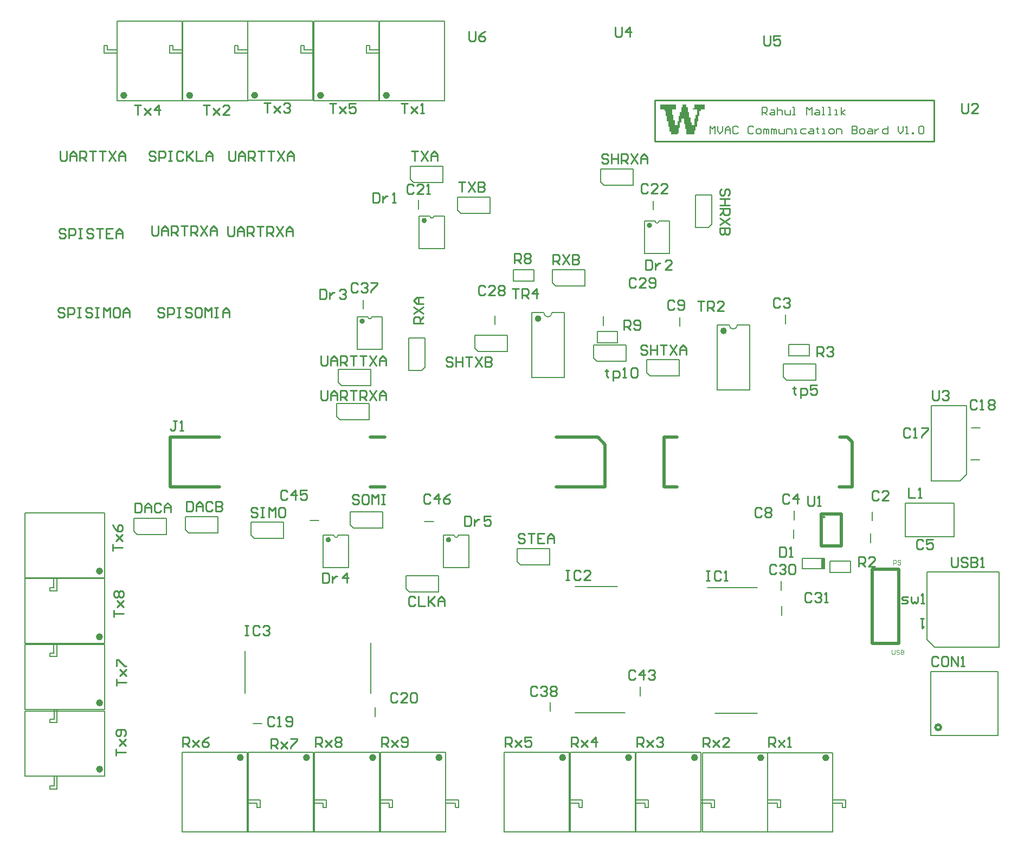
<source format=gto>
G04*
G04 #@! TF.GenerationSoftware,Altium Limited,Altium Designer,20.1.8 (145)*
G04*
G04 Layer_Color=65535*
%FSLAX25Y25*%
%MOIN*%
G70*
G04*
G04 #@! TF.SameCoordinates,44B5AA11-E380-4430-9A95-22E2941CD606*
G04*
G04*
G04 #@! TF.FilePolarity,Positive*
G04*
G01*
G75*
%ADD10C,0.02126*%
%ADD11C,0.00787*%
%ADD12C,0.01732*%
%ADD13C,0.01968*%
%ADD14C,0.01787*%
%ADD15C,0.00984*%
%ADD16C,0.01000*%
%ADD17C,0.02000*%
%ADD18C,0.00394*%
%ADD19R,0.02362X0.06299*%
G36*
X418341Y447465D02*
Y446665D01*
Y445865D01*
Y445065D01*
X415941D01*
Y444265D01*
X415141D01*
Y443465D01*
Y442665D01*
Y441865D01*
Y441065D01*
X414341D01*
Y440265D01*
Y439465D01*
Y438665D01*
Y437865D01*
X413541D01*
Y437065D01*
Y436265D01*
Y435465D01*
Y434665D01*
X412741D01*
Y433865D01*
Y433065D01*
Y432265D01*
X411941D01*
Y431465D01*
Y430665D01*
Y429865D01*
X407141D01*
Y430665D01*
Y431465D01*
Y432265D01*
Y433065D01*
X406341D01*
Y433865D01*
Y434665D01*
Y435465D01*
Y436265D01*
X405541D01*
Y437065D01*
Y437865D01*
Y438665D01*
Y439465D01*
X403941D01*
Y438665D01*
Y437865D01*
Y437065D01*
X403141D01*
Y436265D01*
Y435465D01*
Y434665D01*
Y433865D01*
X402341D01*
Y433065D01*
Y432265D01*
Y431465D01*
Y430665D01*
X401541D01*
Y429865D01*
X397541D01*
Y430665D01*
Y431465D01*
X396741D01*
Y432265D01*
Y433065D01*
Y433865D01*
Y434665D01*
X395941D01*
Y435465D01*
Y436265D01*
Y437065D01*
Y437865D01*
X395141D01*
Y438665D01*
Y439465D01*
Y440265D01*
Y441065D01*
X394341D01*
Y441865D01*
Y442665D01*
Y443465D01*
Y444265D01*
X393541D01*
Y445065D01*
X391141D01*
Y445865D01*
Y446665D01*
Y447465D01*
Y448265D01*
X400741D01*
Y447465D01*
Y446665D01*
Y445865D01*
Y445065D01*
X398341D01*
Y444265D01*
Y443465D01*
Y442665D01*
Y441865D01*
X399141D01*
Y441065D01*
Y440265D01*
Y439465D01*
Y438665D01*
X399941D01*
Y437865D01*
Y437065D01*
Y436265D01*
Y435465D01*
X401541D01*
Y436265D01*
Y437065D01*
Y437865D01*
X402341D01*
Y438665D01*
Y439465D01*
Y440265D01*
Y441065D01*
X403141D01*
Y441865D01*
Y442665D01*
Y443465D01*
X403941D01*
Y444265D01*
Y445065D01*
Y445865D01*
Y446665D01*
X404741D01*
Y447465D01*
Y448265D01*
X407141D01*
Y447465D01*
Y446665D01*
X407941D01*
Y445865D01*
Y445065D01*
Y444265D01*
Y443465D01*
X408741D01*
Y442665D01*
Y441865D01*
Y441065D01*
Y440265D01*
X409541D01*
Y439465D01*
Y438665D01*
Y437865D01*
Y437065D01*
X410341D01*
Y436265D01*
Y435465D01*
X411941D01*
Y436265D01*
Y437065D01*
Y437865D01*
Y438665D01*
Y439465D01*
X412741D01*
Y440265D01*
Y441065D01*
Y441865D01*
X413541D01*
Y442665D01*
Y443465D01*
Y444265D01*
Y445065D01*
X411141D01*
Y445865D01*
X411941D01*
Y446665D01*
Y447465D01*
Y448265D01*
X418341D01*
Y447465D01*
D02*
G37*
D10*
X47378Y161016D02*
G03*
X47378Y161016I-1181J0D01*
G01*
X493957Y46161D02*
G03*
X493957Y46161I-1181J0D01*
G01*
X453937D02*
G03*
X453937Y46161I-1181J0D01*
G01*
X413248Y46260D02*
G03*
X413248Y46260I-1181J0D01*
G01*
X372697D02*
G03*
X372697Y46260I-1181J0D01*
G01*
X332146D02*
G03*
X332146Y46260I-1181J0D01*
G01*
X133957D02*
G03*
X133957Y46260I-1181J0D01*
G01*
X174665D02*
G03*
X174665Y46260I-1181J0D01*
G01*
X215374D02*
G03*
X215374Y46260I-1181J0D01*
G01*
X256161D02*
G03*
X256161Y46260I-1181J0D01*
G01*
X223756Y453803D02*
G03*
X223756Y453803I-1181J0D01*
G01*
X102815D02*
G03*
X102815Y453803I-1181J0D01*
G01*
X142795Y453823D02*
G03*
X142795Y453823I-1181J0D01*
G01*
X62315Y453803D02*
G03*
X62315Y453803I-1181J0D01*
G01*
X183315D02*
G03*
X183315Y453803I-1181J0D01*
G01*
X47433Y79921D02*
G03*
X47433Y79921I-1181J0D01*
G01*
X47358Y120555D02*
G03*
X47358Y120555I-1181J0D01*
G01*
X47433Y39075D02*
G03*
X47433Y39075I-1181J0D01*
G01*
D11*
X15114Y156902D02*
G03*
X20114Y156902I2500J155512D01*
G01*
X387817Y376500D02*
G03*
X390317Y376500I1250J0D01*
G01*
X190317Y183000D02*
G03*
X192817Y183000I1250J0D01*
G01*
X264317D02*
G03*
X266817Y183000I1250J0D01*
G01*
X249317Y379500D02*
G03*
X251817Y379500I1250J0D01*
G01*
X211183Y317500D02*
G03*
X213683Y317500I1250J0D01*
G01*
X433413Y312500D02*
G03*
X438413Y312500I2500J0D01*
G01*
X319413Y320000D02*
G03*
X324413Y320000I2500J0D01*
G01*
X496890Y15079D02*
G03*
X496890Y20079I-155512J2500D01*
G01*
X456870Y15079D02*
G03*
X456870Y20079I-155512J2500D01*
G01*
X416181Y15177D02*
G03*
X416181Y20177I-155512J2500D01*
G01*
X375630Y15177D02*
G03*
X375630Y20177I-155512J2500D01*
G01*
X335079Y15177D02*
G03*
X335079Y20177I-155512J2500D01*
G01*
X136890Y15177D02*
G03*
X136890Y20177I-155512J2500D01*
G01*
X177598Y15177D02*
G03*
X177598Y20177I-155512J2500D01*
G01*
X218307Y15177D02*
G03*
X218307Y20177I-155512J2500D01*
G01*
X259095Y15177D02*
G03*
X259095Y20177I-155512J2500D01*
G01*
X218461Y484886D02*
G03*
X218461Y479886I155512J-2500D01*
G01*
X97520Y484886D02*
G03*
X97520Y479886I155512J-2500D01*
G01*
X137500Y484905D02*
G03*
X137500Y479906I155512J-2500D01*
G01*
X57020Y484886D02*
G03*
X57020Y479886I155512J-2500D01*
G01*
X178020Y484886D02*
G03*
X178020Y479886I155512J-2500D01*
G01*
X15169Y75807D02*
G03*
X20169Y75807I2500J155512D01*
G01*
X15094Y116441D02*
G03*
X20095Y116441I2500J155512D01*
G01*
X15169Y34961D02*
G03*
X20169Y34961I2500J155512D01*
G01*
X429Y196902D02*
X49347D01*
X429Y190105D02*
Y196902D01*
X49347Y156902D02*
Y170839D01*
Y182965D02*
Y196902D01*
X429Y177098D02*
Y186355D01*
Y171587D02*
Y177098D01*
Y156902D02*
Y171587D01*
Y186355D02*
Y190105D01*
X49347Y170839D02*
Y182965D01*
X429Y156902D02*
X27791D01*
X26020D02*
X49347D01*
X20114Y152945D02*
Y156902D01*
X20114Y148811D02*
Y152945D01*
X15587Y148811D02*
X20114D01*
X15587D02*
Y150779D01*
X15685Y150878D01*
X18244D01*
X18146Y150976D02*
X18244Y150878D01*
X18146Y150976D02*
Y156685D01*
X412716Y372402D02*
Y392402D01*
X422717D01*
Y374402D02*
Y392402D01*
X420716Y372402D02*
X422717Y374402D01*
X412716Y372402D02*
X420716D01*
X382795Y291220D02*
X402795D01*
Y281221D02*
Y291220D01*
X384795Y281221D02*
X402795D01*
X382795Y283221D02*
X384795Y281221D01*
X382795Y283221D02*
Y291220D01*
X139488Y191220D02*
X159488D01*
Y181220D02*
Y191220D01*
X141488Y181220D02*
X159488D01*
X139488Y183221D02*
X141488Y181220D01*
X139488Y183221D02*
Y191220D01*
X200512Y197520D02*
X220512D01*
Y187520D02*
Y197520D01*
X202512Y187520D02*
X220512D01*
X200512Y189520D02*
X202512Y187520D01*
X200512Y189520D02*
Y197520D01*
X541638Y182264D02*
Y195081D01*
Y182264D02*
X571559D01*
Y202736D01*
X541638D02*
X571559D01*
X541638Y195081D02*
Y202736D01*
X192874Y285315D02*
X212874D01*
Y275315D02*
Y285315D01*
X194874Y275315D02*
X212874D01*
X192874Y277315D02*
X194874Y275315D01*
X192874Y277315D02*
Y285315D01*
X323228Y74803D02*
Y80315D01*
X140551Y67323D02*
X146063D01*
X215748Y71653D02*
Y77165D01*
X381331Y356500D02*
Y376500D01*
Y356500D02*
X396803D01*
Y376500D01*
X390317D02*
X396803D01*
X381331D02*
X387817D01*
X242520Y383858D02*
Y389370D01*
X175591Y192126D02*
X181102D01*
X183831Y163000D02*
Y183000D01*
Y163000D02*
X199303D01*
Y183000D01*
X192817D02*
X199303D01*
X183831D02*
X190317D01*
X257831D02*
X264317D01*
X266817D02*
X273303D01*
Y163000D02*
Y183000D01*
X257831Y163000D02*
X273303D01*
X257831D02*
Y183000D01*
X234606Y158150D02*
X254606D01*
Y148150D02*
Y158150D01*
X236606Y148150D02*
X254606D01*
X234606Y150150D02*
X236606Y148150D01*
X234606Y150150D02*
Y158150D01*
X242831Y379500D02*
X249317D01*
X251817D02*
X258303D01*
Y359500D02*
Y379500D01*
X242831Y359500D02*
X258303D01*
X242831D02*
Y379500D01*
X204697Y317500D02*
X211183D01*
X213683D02*
X220169D01*
Y297500D02*
Y317500D01*
X204697Y297500D02*
X220169D01*
X204697D02*
Y317500D01*
X425913Y272500D02*
Y312500D01*
Y272500D02*
X445913D01*
Y312500D01*
X438413D02*
X445913D01*
X425913D02*
X433413D01*
X311913Y280000D02*
Y320000D01*
Y280000D02*
X331913D01*
Y320000D01*
X324413D02*
X331913D01*
X311913D02*
X319413D01*
X557283Y99213D02*
X598622D01*
X557283Y59842D02*
Y99213D01*
X598622Y59842D02*
Y99213D01*
X557283Y59842D02*
X598622D01*
X497106Y18110D02*
X502815D01*
Y18110D02*
X502913Y18209D01*
Y15650D02*
Y18209D01*
Y15650D02*
X503012Y15551D01*
X504980D01*
Y20079D01*
X500846D02*
X504980D01*
X496890Y20079D02*
X500846D01*
X496890Y25984D02*
Y49311D01*
Y394D02*
Y27756D01*
X470827Y49311D02*
X482953D01*
X463686Y394D02*
X467436D01*
X482205D02*
X496890D01*
X476693D02*
X482205D01*
X467436D02*
X476693D01*
X456890Y49311D02*
X470827D01*
X482953D02*
X496890D01*
X456890Y394D02*
X463686D01*
X456890D02*
Y49311D01*
X416870Y394D02*
Y49311D01*
Y394D02*
X423666D01*
X442933Y49311D02*
X456870D01*
X416870D02*
X430807D01*
X427416Y394D02*
X436673D01*
X442185D01*
X456870D01*
X423666D02*
X427416D01*
X430807Y49311D02*
X442933D01*
X456870Y394D02*
Y27756D01*
Y25984D02*
Y49311D01*
Y20079D02*
X460827D01*
Y20079D02*
X464961D01*
Y15551D02*
Y20079D01*
X462992Y15551D02*
X464961D01*
X462894Y15650D02*
X462992Y15551D01*
X462894Y15650D02*
Y18209D01*
X462795Y18110D02*
X462894Y18209D01*
X457087Y18110D02*
X462795D01*
X416398Y18209D02*
X422106D01*
Y18209D02*
X422205Y18307D01*
Y15748D02*
Y18307D01*
Y15748D02*
X422303Y15650D01*
X424272D01*
Y20177D01*
X420138D02*
X424272D01*
X416181Y20177D02*
X420138D01*
X416181Y26083D02*
Y49409D01*
Y492D02*
Y27854D01*
X390118Y49409D02*
X402244D01*
X382977Y492D02*
X386727D01*
X401496D02*
X416181D01*
X395984D02*
X401496D01*
X386727D02*
X395984D01*
X376181Y49409D02*
X390118D01*
X402244D02*
X416181D01*
X376181Y492D02*
X382977D01*
X376181D02*
Y49409D01*
X335630Y492D02*
Y49409D01*
Y492D02*
X342426D01*
X361693Y49409D02*
X375630D01*
X335630D02*
X349567D01*
X346176Y492D02*
X355433D01*
X360945D01*
X375630D01*
X342426D02*
X346176D01*
X349567Y49409D02*
X361693D01*
X375630Y492D02*
Y27854D01*
Y26083D02*
Y49409D01*
Y20177D02*
X379587D01*
Y20177D02*
X383720D01*
Y15650D02*
Y20177D01*
X381752Y15650D02*
X383720D01*
X381653Y15748D02*
X381752Y15650D01*
X381653Y15748D02*
Y18307D01*
X381555Y18209D02*
X381653Y18307D01*
X375847Y18209D02*
X381555D01*
X335295D02*
X341004D01*
Y18209D02*
X341102Y18307D01*
Y15748D02*
Y18307D01*
Y15748D02*
X341201Y15650D01*
X343169D01*
Y20177D01*
X339035D02*
X343169D01*
X335079Y20177D02*
X339035D01*
X335079Y26083D02*
Y49409D01*
Y492D02*
Y27854D01*
X309016Y49409D02*
X321142D01*
X301875Y492D02*
X305625D01*
X320394D02*
X335079D01*
X314882D02*
X320394D01*
X305625D02*
X314882D01*
X295079Y49409D02*
X309016D01*
X321142D02*
X335079D01*
X295079Y492D02*
X301875D01*
X295079D02*
Y49409D01*
X96890Y492D02*
Y49409D01*
Y492D02*
X103686D01*
X122953Y49409D02*
X136890D01*
X96890D02*
X110827D01*
X107436Y492D02*
X116693D01*
X122205D01*
X136890D01*
X103686D02*
X107436D01*
X110827Y49409D02*
X122953D01*
X136890Y492D02*
Y27854D01*
Y26083D02*
Y49409D01*
Y20177D02*
X140847D01*
Y20177D02*
X144980D01*
Y15650D02*
Y20177D01*
X143012Y15650D02*
X144980D01*
X142913Y15748D02*
X143012Y15650D01*
X142913Y15748D02*
Y18307D01*
X142815Y18209D02*
X142913Y18307D01*
X137106Y18209D02*
X142815D01*
X177815D02*
X183524D01*
Y18209D02*
X183622Y18307D01*
Y15748D02*
Y18307D01*
Y15748D02*
X183721Y15650D01*
X185689D01*
Y20177D01*
X181555D02*
X185689D01*
X177598Y20177D02*
X181555D01*
X177598Y26083D02*
Y49409D01*
Y492D02*
Y27854D01*
X151535Y49409D02*
X163661D01*
X144395Y492D02*
X148145D01*
X162913D02*
X177598D01*
X157402D02*
X162913D01*
X148145D02*
X157402D01*
X137598Y49409D02*
X151535D01*
X163661D02*
X177598D01*
X137598Y492D02*
X144395D01*
X137598D02*
Y49409D01*
X178307Y492D02*
Y49409D01*
Y492D02*
X185103D01*
X204370Y49409D02*
X218307D01*
X178307D02*
X192244D01*
X188853Y492D02*
X198110D01*
X203622D01*
X218307D01*
X185103D02*
X188853D01*
X192244Y49409D02*
X204370D01*
X218307Y492D02*
Y27854D01*
Y26083D02*
Y49409D01*
Y20177D02*
X222264D01*
Y20177D02*
X226398D01*
Y15650D02*
Y20177D01*
X224429Y15650D02*
X226398D01*
X224331Y15748D02*
X224429Y15650D01*
X224331Y15748D02*
Y18307D01*
X224232Y18209D02*
X224331Y18307D01*
X218524Y18209D02*
X224232D01*
X259311D02*
X265020D01*
Y18209D02*
X265118Y18307D01*
Y15748D02*
Y18307D01*
Y15748D02*
X265217Y15650D01*
X267185D01*
Y20177D01*
X263051D02*
X267185D01*
X259095Y20177D02*
X263051D01*
X259095Y26083D02*
Y49409D01*
Y492D02*
Y27854D01*
X233032Y49409D02*
X245158D01*
X225891Y492D02*
X229641D01*
X244409D02*
X259095D01*
X238898D02*
X244409D01*
X229641D02*
X238898D01*
X219094Y49409D02*
X233032D01*
X245158D02*
X259095D01*
X219094Y492D02*
X225891D01*
X219094D02*
Y49409D01*
X258461Y450654D02*
Y499571D01*
X251664D02*
X258461D01*
X218461Y450654D02*
X232398D01*
X244524D02*
X258461D01*
X238657Y499571D02*
X247914D01*
X233146D02*
X238657D01*
X218461D02*
X233146D01*
X247914D02*
X251664D01*
X232398Y450654D02*
X244524D01*
X218461Y472209D02*
Y499571D01*
Y450654D02*
Y473980D01*
X214504Y479886D02*
X218461D01*
X210370Y479886D02*
X214504D01*
X210370D02*
Y484413D01*
X212339D01*
X212437Y484315D01*
Y481756D02*
Y484315D01*
Y481756D02*
X212535Y481854D01*
Y481854D02*
X218244D01*
X91594D02*
X97303D01*
X91496Y481756D02*
X91594Y481854D01*
X91496Y481756D02*
Y484315D01*
X91398Y484413D02*
X91496Y484315D01*
X89429Y484413D02*
X91398D01*
X89429Y479886D02*
Y484413D01*
Y479886D02*
X93563D01*
Y479886D02*
X97520D01*
Y450654D02*
Y473980D01*
Y472209D02*
Y499571D01*
X111457Y450654D02*
X123583D01*
X126973Y499571D02*
X130723D01*
X97520D02*
X112205D01*
X117717D01*
X126973D01*
X123583Y450654D02*
X137520D01*
X97520D02*
X111457D01*
X130723Y499571D02*
X137520D01*
Y450654D02*
Y499571D01*
X177500Y450673D02*
Y499590D01*
X170704D02*
X177500D01*
X137500Y450673D02*
X151437D01*
X163563D02*
X177500D01*
X157697Y499590D02*
X166954D01*
X152185D02*
X157697D01*
X137500D02*
X152185D01*
X166954D02*
X170704D01*
X151437Y450673D02*
X163563D01*
X137500Y472228D02*
Y499590D01*
Y450673D02*
Y474000D01*
X133543Y479906D02*
X137500D01*
X129409Y479906D02*
X133543D01*
X129409D02*
Y484433D01*
X131378D01*
X131476Y484335D01*
Y481776D02*
Y484335D01*
Y481776D02*
X131575Y481874D01*
Y481874D02*
X137284D01*
X51095Y481854D02*
X56803D01*
X50996Y481756D02*
X51095Y481854D01*
X50996Y481756D02*
Y484315D01*
X50898Y484413D02*
X50996Y484315D01*
X48929Y484413D02*
X50898D01*
X48929Y479886D02*
Y484413D01*
Y479886D02*
X53063D01*
Y479886D02*
X57020D01*
Y450654D02*
Y473980D01*
Y472209D02*
Y499571D01*
X70957Y450654D02*
X83083D01*
X86473Y499571D02*
X90223D01*
X57020D02*
X71705D01*
X77217D01*
X86473D01*
X83083Y450654D02*
X97020D01*
X57020D02*
X70957D01*
X90223Y499571D02*
X97020D01*
Y450654D02*
Y499571D01*
X218020Y450654D02*
Y499571D01*
X211223D02*
X218020D01*
X178020Y450654D02*
X191957D01*
X204083D02*
X218020D01*
X198217Y499571D02*
X207473D01*
X192705D02*
X198217D01*
X178020D02*
X192705D01*
X207473D02*
X211223D01*
X191957Y450654D02*
X204083D01*
X178020Y472209D02*
Y499571D01*
Y450654D02*
Y473980D01*
X174063Y479886D02*
X178020D01*
X169929Y479886D02*
X174063D01*
X169929D02*
Y484413D01*
X171898D01*
X171996Y484315D01*
Y481756D02*
Y484315D01*
Y481756D02*
X172095Y481854D01*
Y481854D02*
X177803D01*
X484Y115807D02*
X49402D01*
X484Y109011D02*
Y115807D01*
X49402Y75807D02*
Y89744D01*
Y101870D02*
Y115807D01*
X484Y96004D02*
Y105261D01*
Y90492D02*
Y96004D01*
Y75807D02*
Y90492D01*
Y105261D02*
Y109011D01*
X49402Y89744D02*
Y101870D01*
X484Y75807D02*
X27847D01*
X26075D02*
X49402D01*
X20169Y71850D02*
Y75807D01*
X20169Y67716D02*
Y71850D01*
X15642Y67716D02*
X20169D01*
X15642D02*
Y69685D01*
X15740Y69784D01*
X18299D01*
X18201Y69882D02*
X18299Y69784D01*
X18201Y69882D02*
Y75591D01*
X18126Y110516D02*
Y116224D01*
X18126Y110516D02*
X18224Y110417D01*
X15665D02*
X18224D01*
X15567Y110319D02*
X15665Y110417D01*
X15567Y108350D02*
Y110319D01*
Y108350D02*
X20095D01*
Y112484D01*
X20095D02*
Y116441D01*
X26000D02*
X49327D01*
X410D02*
X27772D01*
X49327Y130378D02*
Y142504D01*
X410Y145895D02*
Y149645D01*
Y116441D02*
Y131126D01*
Y136638D01*
Y145895D01*
X49327Y142504D02*
Y156441D01*
Y116441D02*
Y130378D01*
X410Y149645D02*
Y156441D01*
X49327D01*
X484Y74961D02*
X49402D01*
X484Y68164D02*
Y74961D01*
X49402Y34961D02*
Y48898D01*
Y61024D02*
Y74961D01*
X484Y55158D02*
Y64414D01*
Y49646D02*
Y55158D01*
Y34961D02*
Y49646D01*
Y64414D02*
Y68164D01*
X49402Y48898D02*
Y61024D01*
X484Y34961D02*
X27847D01*
X26075D02*
X49402D01*
X20169Y31004D02*
Y34961D01*
X20169Y26870D02*
Y31004D01*
X15642Y26870D02*
X20169D01*
X15642D02*
Y28839D01*
X15740Y28937D01*
X18299D01*
X18201Y29035D02*
X18299Y28937D01*
X18201Y29035D02*
Y34744D01*
X469941Y293457D02*
Y296016D01*
Y293457D02*
X478750D01*
X469941Y296016D02*
Y300543D01*
X482539D01*
Y293457D02*
Y300543D01*
X478750Y293457D02*
X482539D01*
X466653Y288465D02*
X486654D01*
Y278465D02*
Y288465D01*
X468653Y278465D02*
X486654D01*
X466653Y280465D02*
X468653Y278465D01*
X466653Y280465D02*
Y288465D01*
X356000Y312244D02*
Y317756D01*
X352201Y301457D02*
Y304016D01*
Y301457D02*
X361010D01*
X352201Y304016D02*
Y308543D01*
X364799D01*
Y301457D02*
Y308543D01*
X361010Y301457D02*
X364799D01*
X350000Y300000D02*
X370000D01*
Y290000D02*
Y300000D01*
X352000Y290000D02*
X370000D01*
X350000Y292000D02*
X352000Y290000D01*
X350000Y292000D02*
Y300000D01*
X192087Y264055D02*
X212087D01*
Y254055D02*
Y264055D01*
X194087Y254055D02*
X212087D01*
X192087Y256055D02*
X194087Y254055D01*
X192087Y256055D02*
Y264055D01*
X236339Y284370D02*
Y304370D01*
X246339D01*
Y286370D02*
Y304370D01*
X244339Y284370D02*
X246339Y286370D01*
X236339Y284370D02*
X244339D01*
X277126Y306181D02*
X297126D01*
Y296181D02*
Y306181D01*
X279126Y296181D02*
X297126D01*
X277126Y298181D02*
X279126Y296181D01*
X277126Y298181D02*
Y306181D01*
X289512Y312744D02*
Y318256D01*
X465748Y133858D02*
Y139370D01*
X581890Y229528D02*
X587402D01*
X521453Y192055D02*
Y197567D01*
X520453Y178555D02*
Y184067D01*
X472953Y181055D02*
Y186567D01*
X478346Y162598D02*
X492126D01*
Y168898D01*
X478346D02*
X492126D01*
X478346Y163386D02*
Y166535D01*
Y168898D01*
Y162598D02*
Y163386D01*
X507874Y164764D02*
Y167323D01*
X499065D02*
X507874D01*
Y160236D02*
Y164764D01*
X495276Y160236D02*
X507874D01*
X495276D02*
Y167323D01*
X499065D01*
X555118Y118898D02*
X559842Y114173D01*
X555118Y118898D02*
Y160630D01*
X559842Y114173D02*
X570079D01*
X585039D02*
X599213D01*
X570079D02*
X585039D01*
X599213D02*
Y160630D01*
X555118D02*
X599213D01*
X386614Y383465D02*
Y388976D01*
X213169Y85827D02*
Y116673D01*
X135650Y85827D02*
Y111811D01*
X354291Y400543D02*
Y408543D01*
Y400543D02*
X356291Y398543D01*
X374291D01*
Y408543D01*
X354291D02*
X374291D01*
X468000Y313244D02*
Y318756D01*
X473453Y192555D02*
Y198067D01*
X237362Y402118D02*
Y410118D01*
Y402118D02*
X239362Y400118D01*
X257362D01*
Y410118D01*
X237362D02*
X257362D01*
X403012Y311744D02*
Y317256D01*
X324528Y338339D02*
Y346339D01*
Y338339D02*
X326528Y336339D01*
X344528D01*
Y346339D01*
X324528D02*
X344528D01*
X266260Y383221D02*
Y391220D01*
Y383221D02*
X268260Y381221D01*
X286260D01*
Y391220D01*
X266260D02*
X286260D01*
X575126Y216614D02*
X575520D01*
X579457Y220551D01*
X572823Y262677D02*
X576617D01*
X579457D01*
X557803D02*
X564437D01*
X557803Y216614D02*
X575520D01*
X557803D02*
Y262677D01*
X564437D02*
X572823D01*
X579457Y220551D02*
Y262677D01*
X582283Y249213D02*
X587795D01*
X419941Y150965D02*
X450787D01*
X424803Y73445D02*
X450787D01*
X99173Y186370D02*
Y194370D01*
Y186370D02*
X101173Y184370D01*
X119173D01*
Y194370D01*
X99173D02*
X119173D01*
X67283Y185583D02*
Y193583D01*
Y185583D02*
X69283Y183583D01*
X87283D01*
Y193583D01*
X67283D02*
X87283D01*
X309596Y339370D02*
X313386D01*
Y346457D01*
X300787D02*
X313386D01*
X300787Y341929D02*
Y346457D01*
Y339370D02*
X309596D01*
X300787D02*
Y341929D01*
X338583Y73839D02*
X369429D01*
X338583Y151358D02*
X364567D01*
X465354Y149213D02*
Y154724D01*
X208268Y322441D02*
Y327953D01*
X303110Y166685D02*
Y174685D01*
Y166685D02*
X305110Y164685D01*
X323110D01*
Y174685D01*
X303110D02*
X323110D01*
X378740Y84252D02*
Y89764D01*
X246063Y191339D02*
X251575D01*
X453543Y441732D02*
Y446455D01*
X455905D01*
X456692Y445668D01*
Y444094D01*
X455905Y443307D01*
X453543D01*
X455118D02*
X456692Y441732D01*
X459053Y444881D02*
X460628D01*
X461415Y444094D01*
Y441732D01*
X459053D01*
X458266Y442519D01*
X459053Y443307D01*
X461415D01*
X462989Y446455D02*
Y441732D01*
Y444094D01*
X463776Y444881D01*
X465350D01*
X466138Y444094D01*
Y441732D01*
X467712Y444881D02*
Y442519D01*
X468499Y441732D01*
X470860D01*
Y444881D01*
X472435Y441732D02*
X474009D01*
X473222D01*
Y446455D01*
X472435D01*
X481094Y441732D02*
Y446455D01*
X482668Y444881D01*
X484242Y446455D01*
Y441732D01*
X486603Y444881D02*
X488178D01*
X488965Y444094D01*
Y441732D01*
X486603D01*
X485816Y442519D01*
X486603Y443307D01*
X488965D01*
X490539Y441732D02*
X492113D01*
X491326D01*
Y446455D01*
X490539D01*
X494475Y441732D02*
X496049D01*
X495262D01*
Y446455D01*
X494475D01*
X498411Y441732D02*
X499985D01*
X499198D01*
Y444881D01*
X498411D01*
X502346Y441732D02*
Y446455D01*
Y443307D02*
X504708Y444881D01*
X502346Y443307D02*
X504708Y441732D01*
X421557Y430113D02*
Y434836D01*
X423131Y433262D01*
X424706Y434836D01*
Y430113D01*
X426280Y434836D02*
Y431688D01*
X427854Y430113D01*
X429428Y431688D01*
Y434836D01*
X431003Y430113D02*
Y433262D01*
X432577Y434836D01*
X434151Y433262D01*
Y430113D01*
Y432475D01*
X431003D01*
X438874Y434049D02*
X438087Y434836D01*
X436513D01*
X435726Y434049D01*
Y430900D01*
X436513Y430113D01*
X438087D01*
X438874Y430900D01*
X448320Y434049D02*
X447533Y434836D01*
X445959D01*
X445171Y434049D01*
Y430900D01*
X445959Y430113D01*
X447533D01*
X448320Y430900D01*
X450681Y430113D02*
X452256D01*
X453043Y430900D01*
Y432475D01*
X452256Y433262D01*
X450681D01*
X449894Y432475D01*
Y430900D01*
X450681Y430113D01*
X454617D02*
Y433262D01*
X455404D01*
X456191Y432475D01*
Y430113D01*
Y432475D01*
X456979Y433262D01*
X457766Y432475D01*
Y430113D01*
X459340D02*
Y433262D01*
X460127D01*
X460914Y432475D01*
Y430113D01*
Y432475D01*
X461701Y433262D01*
X462489Y432475D01*
Y430113D01*
X464063Y433262D02*
Y430900D01*
X464850Y430113D01*
X467211D01*
Y433262D01*
X468786Y430113D02*
Y433262D01*
X471147D01*
X471934Y432475D01*
Y430113D01*
X473509D02*
X475083D01*
X474296D01*
Y433262D01*
X473509D01*
X480593D02*
X478231D01*
X477444Y432475D01*
Y430900D01*
X478231Y430113D01*
X480593D01*
X482954Y433262D02*
X484529D01*
X485316Y432475D01*
Y430113D01*
X482954D01*
X482167Y430900D01*
X482954Y431688D01*
X485316D01*
X487677Y434049D02*
Y433262D01*
X486890D01*
X488464D01*
X487677D01*
Y430900D01*
X488464Y430113D01*
X490826D02*
X492400D01*
X491613D01*
Y433262D01*
X490826D01*
X495549Y430113D02*
X497123D01*
X497910Y430900D01*
Y432475D01*
X497123Y433262D01*
X495549D01*
X494762Y432475D01*
Y430900D01*
X495549Y430113D01*
X499484D02*
Y433262D01*
X501846D01*
X502633Y432475D01*
Y430113D01*
X508930Y434836D02*
Y430113D01*
X511292D01*
X512079Y430900D01*
Y431688D01*
X511292Y432475D01*
X508930D01*
X511292D01*
X512079Y433262D01*
Y434049D01*
X511292Y434836D01*
X508930D01*
X514440Y430113D02*
X516015D01*
X516802Y430900D01*
Y432475D01*
X516015Y433262D01*
X514440D01*
X513653Y432475D01*
Y430900D01*
X514440Y430113D01*
X519163Y433262D02*
X520737D01*
X521525Y432475D01*
Y430113D01*
X519163D01*
X518376Y430900D01*
X519163Y431688D01*
X521525D01*
X523099Y433262D02*
Y430113D01*
Y431688D01*
X523886Y432475D01*
X524673Y433262D01*
X525460D01*
X530970Y434836D02*
Y430113D01*
X528609D01*
X527822Y430900D01*
Y432475D01*
X528609Y433262D01*
X530970D01*
X537267Y434836D02*
Y431688D01*
X538842Y430113D01*
X540416Y431688D01*
Y434836D01*
X541990Y430113D02*
X543565D01*
X542777D01*
Y434836D01*
X541990Y434049D01*
X545926Y430113D02*
Y430900D01*
X546713D01*
Y430113D01*
X545926D01*
X549862Y434049D02*
X550649Y434836D01*
X552223D01*
X553011Y434049D01*
Y430900D01*
X552223Y430113D01*
X550649D01*
X549862Y430900D01*
Y434049D01*
D12*
X385130Y373803D02*
G03*
X385130Y373803I-787J0D01*
G01*
X187630Y180303D02*
G03*
X187630Y180303I-787J0D01*
G01*
X261630D02*
G03*
X261630Y180303I-787J0D01*
G01*
X246630Y376803D02*
G03*
X246630Y376803I-787J0D01*
G01*
X208496Y314803D02*
G03*
X208496Y314803I-787J0D01*
G01*
D13*
X430937Y308878D02*
G03*
X430937Y308878I-1028J0D01*
G01*
X316937Y316378D02*
G03*
X316937Y316378I-1028J0D01*
G01*
D14*
X563580Y64862D02*
G03*
X563580Y64862I-1670J0D01*
G01*
D15*
X492173Y194311D02*
G03*
X492173Y194311I-492J0D01*
G01*
D16*
X387795Y450787D02*
X559449D01*
Y425591D02*
Y450787D01*
X387795Y425591D02*
X559449D01*
X387795Y425591D02*
X387795Y425591D01*
X387795Y425591D02*
Y450787D01*
X439423Y425644D02*
X494662D01*
X54481Y173499D02*
Y177497D01*
Y175498D01*
X60479D01*
X56481Y179497D02*
X60479Y183495D01*
X58480Y181496D01*
X56481Y183495D01*
X60479Y179497D01*
X54481Y189494D02*
X55481Y187494D01*
X57480Y185495D01*
X59480D01*
X60479Y186495D01*
Y188494D01*
X59480Y189494D01*
X58480D01*
X57480Y188494D01*
Y185495D01*
X363506Y495912D02*
Y490914D01*
X364505Y489914D01*
X366505D01*
X367504Y490914D01*
Y495912D01*
X372503Y489914D02*
Y495912D01*
X369504Y492913D01*
X373502D01*
X273348Y493156D02*
Y488158D01*
X274348Y487158D01*
X276347D01*
X277347Y488158D01*
Y493156D01*
X283345D02*
X281346Y492157D01*
X279346Y490158D01*
Y488158D01*
X280346Y487158D01*
X282345D01*
X283345Y488158D01*
Y489158D01*
X282345Y490158D01*
X279346D01*
X553150Y131890D02*
X551182D01*
X552166D01*
Y125986D01*
X553150Y126970D01*
X569924Y169535D02*
Y164536D01*
X570924Y163536D01*
X572924D01*
X573923Y164536D01*
Y169535D01*
X579921Y168535D02*
X578922Y169535D01*
X576922D01*
X575923Y168535D01*
Y167535D01*
X576922Y166535D01*
X578922D01*
X579921Y165536D01*
Y164536D01*
X578922Y163536D01*
X576922D01*
X575923Y164536D01*
X581921Y169535D02*
Y163536D01*
X584920D01*
X585919Y164536D01*
Y165536D01*
X584920Y166535D01*
X581921D01*
X584920D01*
X585919Y167535D01*
Y168535D01*
X584920Y169535D01*
X581921D01*
X587919Y163536D02*
X589918D01*
X588918D01*
Y169535D01*
X587919Y168535D01*
X454844Y490401D02*
Y485402D01*
X455844Y484403D01*
X457843D01*
X458843Y485402D01*
Y490401D01*
X464841D02*
X460842D01*
Y487402D01*
X462842Y488401D01*
X463841D01*
X464841Y487402D01*
Y485402D01*
X463841Y484403D01*
X461842D01*
X460842Y485402D01*
X558451Y272047D02*
Y267049D01*
X559451Y266049D01*
X561450D01*
X562450Y267049D01*
Y272047D01*
X564449Y271047D02*
X565449Y272047D01*
X567448D01*
X568448Y271047D01*
Y270047D01*
X567448Y269048D01*
X566449D01*
X567448D01*
X568448Y268048D01*
Y267049D01*
X567448Y266049D01*
X565449D01*
X564449Y267049D01*
X576498Y448668D02*
Y443670D01*
X577497Y442670D01*
X579497D01*
X580496Y443670D01*
Y448668D01*
X586494Y442670D02*
X582496D01*
X586494Y446669D01*
Y447669D01*
X585495Y448668D01*
X583495D01*
X582496Y447669D01*
X481609Y207109D02*
Y202111D01*
X482609Y201111D01*
X484609D01*
X485608Y202111D01*
Y207109D01*
X487607Y201111D02*
X489607D01*
X488607D01*
Y207109D01*
X487607Y206109D01*
X56450Y47514D02*
Y51513D01*
Y49514D01*
X62448D01*
X58449Y53513D02*
X62448Y57511D01*
X60448Y55512D01*
X58449Y57511D01*
X62448Y53513D01*
X61448Y59510D02*
X62448Y60510D01*
Y62510D01*
X61448Y63509D01*
X57450D01*
X56450Y62510D01*
Y60510D01*
X57450Y59510D01*
X58449D01*
X59449Y60510D01*
Y63509D01*
X54875Y132948D02*
Y136946D01*
Y134947D01*
X60873D01*
X56874Y138945D02*
X60873Y142944D01*
X58874Y140945D01*
X56874Y142944D01*
X60873Y138945D01*
X55875Y144944D02*
X54875Y145943D01*
Y147943D01*
X55875Y148942D01*
X56874D01*
X57874Y147943D01*
X58874Y148942D01*
X59873D01*
X60873Y147943D01*
Y145943D01*
X59873Y144944D01*
X58874D01*
X57874Y145943D01*
X56874Y144944D01*
X55875D01*
X57874Y145943D02*
Y147943D01*
X56844Y90428D02*
Y94427D01*
Y92427D01*
X62841D01*
X58843Y96426D02*
X62841Y100425D01*
X60842Y98425D01*
X58843Y100425D01*
X62841Y96426D01*
X56844Y102424D02*
Y106423D01*
X57843D01*
X61842Y102424D01*
X62841D01*
X187672Y448668D02*
X191671D01*
X189671D01*
Y442670D01*
X193670Y446669D02*
X197669Y442670D01*
X195669Y444670D01*
X197669Y446669D01*
X193670Y442670D01*
X203667Y448668D02*
X199668D01*
Y445669D01*
X201667Y446669D01*
X202667D01*
X203667Y445669D01*
Y443670D01*
X202667Y442670D01*
X200668D01*
X199668Y443670D01*
X67593Y447881D02*
X71592D01*
X69592D01*
Y441883D01*
X73591Y445882D02*
X77590Y441883D01*
X75590Y443882D01*
X77590Y445882D01*
X73591Y441883D01*
X82588D02*
Y447881D01*
X79589Y444882D01*
X83588D01*
X147514Y449062D02*
X151513D01*
X149514D01*
Y443064D01*
X153513Y447063D02*
X157511Y443064D01*
X155512Y445063D01*
X157511Y447063D01*
X153513Y443064D01*
X159511Y448062D02*
X160510Y449062D01*
X162510D01*
X163509Y448062D01*
Y447063D01*
X162510Y446063D01*
X161510D01*
X162510D01*
X163509Y445063D01*
Y444064D01*
X162510Y443064D01*
X160510D01*
X159511Y444064D01*
X110113Y447881D02*
X114111D01*
X112112D01*
Y441883D01*
X116111Y445882D02*
X120110Y441883D01*
X118110Y443882D01*
X120110Y445882D01*
X116111Y441883D01*
X126108D02*
X122109D01*
X126108Y445882D01*
Y446881D01*
X125108Y447881D01*
X123109D01*
X122109Y446881D01*
X231585Y448668D02*
X235584D01*
X233584D01*
Y442670D01*
X237583Y446669D02*
X241582Y442670D01*
X239582Y444670D01*
X241582Y446669D01*
X237583Y442670D01*
X243581D02*
X245580D01*
X244581D01*
Y448668D01*
X243581Y447669D01*
X299927Y334698D02*
X303925D01*
X301926D01*
Y328700D01*
X305925D02*
Y334698D01*
X308924D01*
X309924Y333698D01*
Y331699D01*
X308924Y330699D01*
X305925D01*
X307924D02*
X309924Y328700D01*
X314922D02*
Y334698D01*
X311923Y331699D01*
X315922D01*
X414000Y327198D02*
X417999D01*
X415999D01*
Y321200D01*
X419998D02*
Y327198D01*
X422997D01*
X423997Y326198D01*
Y324199D01*
X422997Y323199D01*
X419998D01*
X421997D02*
X423997Y321200D01*
X429995D02*
X425996D01*
X429995Y325199D01*
Y326198D01*
X428995Y327198D01*
X426996D01*
X425996Y326198D01*
X99800Y203798D02*
Y197800D01*
X102799D01*
X103799Y198800D01*
Y202798D01*
X102799Y203798D01*
X99800D01*
X105798Y197800D02*
Y201799D01*
X107797Y203798D01*
X109797Y201799D01*
Y197800D01*
Y200799D01*
X105798D01*
X115795Y202798D02*
X114795Y203798D01*
X112796D01*
X111796Y202798D01*
Y198800D01*
X112796Y197800D01*
X114795D01*
X115795Y198800D01*
X117794Y203798D02*
Y197800D01*
X120793D01*
X121793Y198800D01*
Y199799D01*
X120793Y200799D01*
X117794D01*
X120793D01*
X121793Y201799D01*
Y202798D01*
X120793Y203798D01*
X117794D01*
X67900Y202998D02*
Y197000D01*
X70899D01*
X71899Y198000D01*
Y201998D01*
X70899Y202998D01*
X67900D01*
X73898Y197000D02*
Y200999D01*
X75897Y202998D01*
X77897Y200999D01*
Y197000D01*
Y199999D01*
X73898D01*
X83895Y201998D02*
X82895Y202998D01*
X80896D01*
X79896Y201998D01*
Y198000D01*
X80896Y197000D01*
X82895D01*
X83895Y198000D01*
X85894Y197000D02*
Y200999D01*
X87893Y202998D01*
X89893Y200999D01*
Y197000D01*
Y199999D01*
X85894D01*
X307699Y183098D02*
X306699Y184098D01*
X304700D01*
X303700Y183098D01*
Y182099D01*
X304700Y181099D01*
X306699D01*
X307699Y180099D01*
Y179100D01*
X306699Y178100D01*
X304700D01*
X303700Y179100D01*
X309698Y184098D02*
X313697D01*
X311697D01*
Y178100D01*
X319695Y184098D02*
X315696D01*
Y178100D01*
X319695D01*
X315696Y181099D02*
X317695D01*
X321694Y178100D02*
Y182099D01*
X323693Y184098D01*
X325693Y182099D01*
Y178100D01*
Y181099D01*
X321694D01*
X240246Y144519D02*
X239247Y145519D01*
X237247D01*
X236248Y144519D01*
Y140520D01*
X237247Y139521D01*
X239247D01*
X240246Y140520D01*
X242246Y145519D02*
Y139521D01*
X246244D01*
X248244Y145519D02*
Y139521D01*
Y141520D01*
X252242Y145519D01*
X249243Y142520D01*
X252242Y139521D01*
X254242D02*
Y143519D01*
X256241Y145519D01*
X258241Y143519D01*
Y139521D01*
Y142520D01*
X254242D01*
X205813Y207118D02*
X204813Y208117D01*
X202814D01*
X201814Y207118D01*
Y206118D01*
X202814Y205118D01*
X204813D01*
X205813Y204118D01*
Y203119D01*
X204813Y202119D01*
X202814D01*
X201814Y203119D01*
X210811Y208117D02*
X208812D01*
X207812Y207118D01*
Y203119D01*
X208812Y202119D01*
X210811D01*
X211811Y203119D01*
Y207118D01*
X210811Y208117D01*
X213810Y202119D02*
Y208117D01*
X215810Y206118D01*
X217809Y208117D01*
Y202119D01*
X219808Y208117D02*
X221808D01*
X220808D01*
Y202119D01*
X219808D01*
X221808D01*
X143502Y199243D02*
X142502Y200243D01*
X140503D01*
X139503Y199243D01*
Y198244D01*
X140503Y197244D01*
X142502D01*
X143502Y196244D01*
Y195245D01*
X142502Y194245D01*
X140503D01*
X139503Y195245D01*
X145501Y200243D02*
X147501D01*
X146501D01*
Y194245D01*
X145501D01*
X147501D01*
X150500D02*
Y200243D01*
X152499Y198244D01*
X154499Y200243D01*
Y194245D01*
X159497Y200243D02*
X157498D01*
X156498Y199243D01*
Y195245D01*
X157498Y194245D01*
X159497D01*
X160497Y195245D01*
Y199243D01*
X159497Y200243D01*
X182369Y272290D02*
Y267292D01*
X183368Y266292D01*
X185368D01*
X186367Y267292D01*
Y272290D01*
X188367Y266292D02*
Y270291D01*
X190366Y272290D01*
X192365Y270291D01*
Y266292D01*
Y269291D01*
X188367D01*
X194365Y266292D02*
Y272290D01*
X197364D01*
X198363Y271291D01*
Y269291D01*
X197364Y268292D01*
X194365D01*
X196364D02*
X198363Y266292D01*
X200363Y272290D02*
X204362D01*
X202362D01*
Y266292D01*
X206361D02*
Y272290D01*
X209360D01*
X210360Y271291D01*
Y269291D01*
X209360Y268292D01*
X206361D01*
X208360D02*
X210360Y266292D01*
X212359Y272290D02*
X216358Y266292D01*
Y272290D02*
X212359Y266292D01*
X218357D02*
Y270291D01*
X220356Y272290D01*
X222356Y270291D01*
Y266292D01*
Y269291D01*
X218357D01*
X182369Y293550D02*
Y288552D01*
X183368Y287552D01*
X185368D01*
X186367Y288552D01*
Y293550D01*
X188367Y287552D02*
Y291551D01*
X190366Y293550D01*
X192365Y291551D01*
Y287552D01*
Y290551D01*
X188367D01*
X194365Y287552D02*
Y293550D01*
X197364D01*
X198363Y292550D01*
Y290551D01*
X197364Y289551D01*
X194365D01*
X196364D02*
X198363Y287552D01*
X200363Y293550D02*
X204362D01*
X202362D01*
Y287552D01*
X206361Y293550D02*
X210360D01*
X208360D01*
Y287552D01*
X212359Y293550D02*
X216358Y287552D01*
Y293550D02*
X212359Y287552D01*
X218357D02*
Y291551D01*
X220356Y293550D01*
X222356Y291551D01*
Y287552D01*
Y290551D01*
X218357D01*
X357932Y285282D02*
Y284283D01*
X356932D01*
X358932D01*
X357932D01*
Y281284D01*
X358932Y280284D01*
X361931Y278285D02*
Y284283D01*
X364930D01*
X365930Y283283D01*
Y281284D01*
X364930Y280284D01*
X361931D01*
X367929D02*
X369928D01*
X368929D01*
Y286282D01*
X367929Y285282D01*
X372927D02*
X373927Y286282D01*
X375926D01*
X376926Y285282D01*
Y281284D01*
X375926Y280284D01*
X373927D01*
X372927Y281284D01*
Y285282D01*
X263232Y291763D02*
X262232Y292763D01*
X260233D01*
X259233Y291763D01*
Y290763D01*
X260233Y289764D01*
X262232D01*
X263232Y288764D01*
Y287764D01*
X262232Y286765D01*
X260233D01*
X259233Y287764D01*
X265231Y292763D02*
Y286765D01*
Y289764D01*
X269230D01*
Y292763D01*
Y286765D01*
X271229Y292763D02*
X275228D01*
X273228D01*
Y286765D01*
X277227Y292763D02*
X281226Y286765D01*
Y292763D02*
X277227Y286765D01*
X283225Y292763D02*
Y286765D01*
X286224D01*
X287224Y287764D01*
Y288764D01*
X286224Y289764D01*
X283225D01*
X286224D01*
X287224Y290763D01*
Y291763D01*
X286224Y292763D01*
X283225D01*
X266900Y400598D02*
X270899D01*
X268899D01*
Y394600D01*
X272898Y400598D02*
X276897Y394600D01*
Y400598D02*
X272898Y394600D01*
X278896Y400598D02*
Y394600D01*
X281895D01*
X282895Y395600D01*
Y396599D01*
X281895Y397599D01*
X278896D01*
X281895D01*
X282895Y398599D01*
Y399598D01*
X281895Y400598D01*
X278896D01*
X432708Y392280D02*
X433708Y393280D01*
Y395279D01*
X432708Y396279D01*
X431708D01*
X430709Y395279D01*
Y393280D01*
X429709Y392280D01*
X428709D01*
X427710Y393280D01*
Y395279D01*
X428709Y396279D01*
X433708Y390281D02*
X427710D01*
X430709D01*
Y386282D01*
X433708D01*
X427710D01*
Y384283D02*
X433708D01*
Y381284D01*
X432708Y380284D01*
X430709D01*
X429709Y381284D01*
Y384283D01*
Y382283D02*
X427710Y380284D01*
X433708Y378285D02*
X427710Y374286D01*
X433708D02*
X427710Y378285D01*
X433708Y372287D02*
X427710D01*
Y369288D01*
X428709Y368288D01*
X429709D01*
X430709Y369288D01*
Y372287D01*
Y369288D01*
X431708Y368288D01*
X432708D01*
X433708Y369288D01*
Y372287D01*
X325100Y349700D02*
Y355698D01*
X328099D01*
X329099Y354698D01*
Y352699D01*
X328099Y351699D01*
X325100D01*
X327099D02*
X329099Y349700D01*
X331098Y355698D02*
X335097Y349700D01*
Y355698D02*
X331098Y349700D01*
X337096Y355698D02*
Y349700D01*
X340095D01*
X341095Y350700D01*
Y351699D01*
X340095Y352699D01*
X337096D01*
X340095D01*
X341095Y353699D01*
Y354698D01*
X340095Y355698D01*
X337096D01*
X473289Y274373D02*
Y273373D01*
X472290D01*
X474289D01*
X473289D01*
Y270374D01*
X474289Y269375D01*
X477288Y267375D02*
Y273373D01*
X480287D01*
X481287Y272374D01*
Y270374D01*
X480287Y269375D01*
X477288D01*
X487285Y275373D02*
X483286D01*
Y272374D01*
X485286Y273373D01*
X486285D01*
X487285Y272374D01*
Y270374D01*
X486285Y269375D01*
X484286D01*
X483286Y270374D01*
X382917Y299243D02*
X381917Y300243D01*
X379918D01*
X378918Y299243D01*
Y298244D01*
X379918Y297244D01*
X381917D01*
X382917Y296244D01*
Y295245D01*
X381917Y294245D01*
X379918D01*
X378918Y295245D01*
X384916Y300243D02*
Y294245D01*
Y297244D01*
X388915D01*
Y300243D01*
Y294245D01*
X390914Y300243D02*
X394913D01*
X392913D01*
Y294245D01*
X396912Y300243D02*
X400911Y294245D01*
Y300243D02*
X396912Y294245D01*
X402910D02*
Y298244D01*
X404910Y300243D01*
X406909Y298244D01*
Y294245D01*
Y297244D01*
X402910D01*
X238000Y419498D02*
X241999D01*
X239999D01*
Y413500D01*
X243998Y419498D02*
X247997Y413500D01*
Y419498D02*
X243998Y413500D01*
X249996D02*
Y417499D01*
X251995Y419498D01*
X253995Y417499D01*
Y413500D01*
Y416499D01*
X249996D01*
X358899Y416898D02*
X357899Y417898D01*
X355900D01*
X354900Y416898D01*
Y415899D01*
X355900Y414899D01*
X357899D01*
X358899Y413899D01*
Y412900D01*
X357899Y411900D01*
X355900D01*
X354900Y412900D01*
X360898Y417898D02*
Y411900D01*
Y414899D01*
X364897D01*
Y417898D01*
Y411900D01*
X366896D02*
Y417898D01*
X369895D01*
X370895Y416898D01*
Y414899D01*
X369895Y413899D01*
X366896D01*
X368896D02*
X370895Y411900D01*
X372894Y417898D02*
X376893Y411900D01*
Y417898D02*
X372894Y411900D01*
X378892D02*
Y415899D01*
X380892Y417898D01*
X382891Y415899D01*
Y411900D01*
Y414899D01*
X378892D01*
X245519Y313656D02*
X239521D01*
Y316655D01*
X240520Y317655D01*
X242520D01*
X243519Y316655D01*
Y313656D01*
Y315655D02*
X245519Y317655D01*
X239521Y319654D02*
X245519Y323653D01*
X239521D02*
X245519Y319654D01*
Y325652D02*
X241520D01*
X239521Y327652D01*
X241520Y329651D01*
X245519D01*
X242520D01*
Y325652D01*
X539459Y141095D02*
X542458D01*
X543458Y142095D01*
X542458Y143095D01*
X540459D01*
X539459Y144095D01*
X540459Y145094D01*
X543458D01*
X545457D02*
Y142095D01*
X546457Y141095D01*
X547456Y142095D01*
X548456Y141095D01*
X549456Y142095D01*
Y145094D01*
X551455Y141095D02*
X553454D01*
X552455D01*
Y147093D01*
X551455Y146094D01*
X78400Y373398D02*
Y368400D01*
X79400Y367400D01*
X81399D01*
X82399Y368400D01*
Y373398D01*
X84398Y367400D02*
Y371399D01*
X86397Y373398D01*
X88397Y371399D01*
Y367400D01*
Y370399D01*
X84398D01*
X90396Y367400D02*
Y373398D01*
X93395D01*
X94395Y372398D01*
Y370399D01*
X93395Y369399D01*
X90396D01*
X92396D02*
X94395Y367400D01*
X96394Y373398D02*
X100393D01*
X98393D01*
Y367400D01*
X102392D02*
Y373398D01*
X105391D01*
X106391Y372398D01*
Y370399D01*
X105391Y369399D01*
X102392D01*
X104392D02*
X106391Y367400D01*
X108390Y373398D02*
X112389Y367400D01*
Y373398D02*
X108390Y367400D01*
X114388D02*
Y371399D01*
X116388Y373398D01*
X118387Y371399D01*
Y367400D01*
Y370399D01*
X114388D01*
X125794Y419548D02*
Y414549D01*
X126793Y413550D01*
X128793D01*
X129792Y414549D01*
Y419548D01*
X131792Y413550D02*
Y417548D01*
X133791Y419548D01*
X135791Y417548D01*
Y413550D01*
Y416549D01*
X131792D01*
X137790Y413550D02*
Y419548D01*
X140789D01*
X141788Y418548D01*
Y416549D01*
X140789Y415549D01*
X137790D01*
X139789D02*
X141788Y413550D01*
X143788Y419548D02*
X147787D01*
X145787D01*
Y413550D01*
X149786Y419548D02*
X153785D01*
X151785D01*
Y413550D01*
X155784Y419548D02*
X159783Y413550D01*
Y419548D02*
X155784Y413550D01*
X161782D02*
Y417548D01*
X163781Y419548D01*
X165781Y417548D01*
Y413550D01*
Y416549D01*
X161782D01*
X25299Y370698D02*
X24299Y371698D01*
X22300D01*
X21300Y370698D01*
Y369699D01*
X22300Y368699D01*
X24299D01*
X25299Y367699D01*
Y366700D01*
X24299Y365700D01*
X22300D01*
X21300Y366700D01*
X27298Y365700D02*
Y371698D01*
X30297D01*
X31297Y370698D01*
Y368699D01*
X30297Y367699D01*
X27298D01*
X33296Y371698D02*
X35296D01*
X34296D01*
Y365700D01*
X33296D01*
X35296D01*
X42293Y370698D02*
X41293Y371698D01*
X39294D01*
X38295Y370698D01*
Y369699D01*
X39294Y368699D01*
X41293D01*
X42293Y367699D01*
Y366700D01*
X41293Y365700D01*
X39294D01*
X38295Y366700D01*
X44293Y371698D02*
X48291D01*
X46292D01*
Y365700D01*
X54289Y371698D02*
X50291D01*
Y365700D01*
X54289D01*
X50291Y368699D02*
X52290D01*
X56289Y365700D02*
Y369699D01*
X58288Y371698D01*
X60287Y369699D01*
Y365700D01*
Y368699D01*
X56289D01*
X80599Y418598D02*
X79599Y419598D01*
X77600D01*
X76600Y418598D01*
Y417599D01*
X77600Y416599D01*
X79599D01*
X80599Y415599D01*
Y414600D01*
X79599Y413600D01*
X77600D01*
X76600Y414600D01*
X82598Y413600D02*
Y419598D01*
X85597D01*
X86597Y418598D01*
Y416599D01*
X85597Y415599D01*
X82598D01*
X88596Y419598D02*
X90596D01*
X89596D01*
Y413600D01*
X88596D01*
X90596D01*
X97593Y418598D02*
X96593Y419598D01*
X94594D01*
X93594Y418598D01*
Y414600D01*
X94594Y413600D01*
X96593D01*
X97593Y414600D01*
X99593Y419598D02*
Y413600D01*
Y415599D01*
X103591Y419598D01*
X100592Y416599D01*
X103591Y413600D01*
X105591Y419598D02*
Y413600D01*
X109589D01*
X111589D02*
Y417599D01*
X113588Y419598D01*
X115587Y417599D01*
Y413600D01*
Y416599D01*
X111589D01*
X86099Y322098D02*
X85099Y323098D01*
X83100D01*
X82100Y322098D01*
Y321099D01*
X83100Y320099D01*
X85099D01*
X86099Y319099D01*
Y318100D01*
X85099Y317100D01*
X83100D01*
X82100Y318100D01*
X88098Y317100D02*
Y323098D01*
X91097D01*
X92097Y322098D01*
Y320099D01*
X91097Y319099D01*
X88098D01*
X94096Y323098D02*
X96096D01*
X95096D01*
Y317100D01*
X94096D01*
X96096D01*
X103093Y322098D02*
X102094Y323098D01*
X100094D01*
X99094Y322098D01*
Y321099D01*
X100094Y320099D01*
X102094D01*
X103093Y319099D01*
Y318100D01*
X102094Y317100D01*
X100094D01*
X99094Y318100D01*
X108092Y323098D02*
X106092D01*
X105093Y322098D01*
Y318100D01*
X106092Y317100D01*
X108092D01*
X109091Y318100D01*
Y322098D01*
X108092Y323098D01*
X111091Y317100D02*
Y323098D01*
X113090Y321099D01*
X115089Y323098D01*
Y317100D01*
X117089Y323098D02*
X119088D01*
X118088D01*
Y317100D01*
X117089D01*
X119088D01*
X122087D02*
Y321099D01*
X124086Y323098D01*
X126086Y321099D01*
Y317100D01*
Y320099D01*
X122087D01*
X24699Y322098D02*
X23699Y323098D01*
X21700D01*
X20700Y322098D01*
Y321099D01*
X21700Y320099D01*
X23699D01*
X24699Y319099D01*
Y318100D01*
X23699Y317100D01*
X21700D01*
X20700Y318100D01*
X26698Y317100D02*
Y323098D01*
X29697D01*
X30697Y322098D01*
Y320099D01*
X29697Y319099D01*
X26698D01*
X32696Y323098D02*
X34696D01*
X33696D01*
Y317100D01*
X32696D01*
X34696D01*
X41693Y322098D02*
X40694Y323098D01*
X38694D01*
X37694Y322098D01*
Y321099D01*
X38694Y320099D01*
X40694D01*
X41693Y319099D01*
Y318100D01*
X40694Y317100D01*
X38694D01*
X37694Y318100D01*
X43693Y323098D02*
X45692D01*
X44692D01*
Y317100D01*
X43693D01*
X45692D01*
X48691D02*
Y323098D01*
X50690Y321099D01*
X52690Y323098D01*
Y317100D01*
X57688Y323098D02*
X55689D01*
X54689Y322098D01*
Y318100D01*
X55689Y317100D01*
X57688D01*
X58688Y318100D01*
Y322098D01*
X57688Y323098D01*
X60687Y317100D02*
Y321099D01*
X62686Y323098D01*
X64686Y321099D01*
Y317100D01*
Y320099D01*
X60687D01*
X125000Y373098D02*
Y368100D01*
X126000Y367100D01*
X127999D01*
X128999Y368100D01*
Y373098D01*
X130998Y367100D02*
Y371099D01*
X132997Y373098D01*
X134997Y371099D01*
Y367100D01*
Y370099D01*
X130998D01*
X136996Y367100D02*
Y373098D01*
X139995D01*
X140995Y372098D01*
Y370099D01*
X139995Y369099D01*
X136996D01*
X138996D02*
X140995Y367100D01*
X142994Y373098D02*
X146993D01*
X144993D01*
Y367100D01*
X148992D02*
Y373098D01*
X151991D01*
X152991Y372098D01*
Y370099D01*
X151991Y369099D01*
X148992D01*
X150992D02*
X152991Y367100D01*
X154990Y373098D02*
X158989Y367100D01*
Y373098D02*
X154990Y367100D01*
X160988D02*
Y371099D01*
X162988Y373098D01*
X164987Y371099D01*
Y367100D01*
Y370099D01*
X160988D01*
X21900Y419598D02*
Y414600D01*
X22900Y413600D01*
X24899D01*
X25899Y414600D01*
Y419598D01*
X27898Y413600D02*
Y417599D01*
X29897Y419598D01*
X31897Y417599D01*
Y413600D01*
Y416599D01*
X27898D01*
X33896Y413600D02*
Y419598D01*
X36895D01*
X37895Y418598D01*
Y416599D01*
X36895Y415599D01*
X33896D01*
X35895D02*
X37895Y413600D01*
X39894Y419598D02*
X43893D01*
X41894D01*
Y413600D01*
X45892Y419598D02*
X49891D01*
X47892D01*
Y413600D01*
X51890Y419598D02*
X55889Y413600D01*
Y419598D02*
X51890Y413600D01*
X57888D02*
Y417599D01*
X59888Y419598D01*
X61887Y417599D01*
Y413600D01*
Y416599D01*
X57888D01*
X219706Y52832D02*
Y58830D01*
X222705D01*
X223704Y57831D01*
Y55831D01*
X222705Y54832D01*
X219706D01*
X221705D02*
X223704Y52832D01*
X225704Y56831D02*
X229702Y52832D01*
X227703Y54832D01*
X229702Y56831D01*
X225704Y52832D01*
X231702Y53832D02*
X232701Y52832D01*
X234701D01*
X235700Y53832D01*
Y57831D01*
X234701Y58830D01*
X232701D01*
X231702Y57831D01*
Y56831D01*
X232701Y55831D01*
X235700D01*
X178913Y52798D02*
Y58797D01*
X181912D01*
X182912Y57797D01*
Y55797D01*
X181912Y54798D01*
X178913D01*
X180913D02*
X182912Y52798D01*
X184911Y56797D02*
X188910Y52798D01*
X186911Y54798D01*
X188910Y56797D01*
X184911Y52798D01*
X190910Y57797D02*
X191909Y58797D01*
X193909D01*
X194908Y57797D01*
Y56797D01*
X193909Y55797D01*
X194908Y54798D01*
Y53798D01*
X193909Y52798D01*
X191909D01*
X190910Y53798D01*
Y54798D01*
X191909Y55797D01*
X190910Y56797D01*
Y57797D01*
X191909Y55797D02*
X193909D01*
X151845Y51725D02*
Y57723D01*
X154844D01*
X155844Y56724D01*
Y54724D01*
X154844Y53725D01*
X151845D01*
X153844D02*
X155844Y51725D01*
X157843Y55724D02*
X161842Y51725D01*
X159843Y53725D01*
X161842Y55724D01*
X157843Y51725D01*
X163841Y57723D02*
X167840D01*
Y56724D01*
X163841Y52725D01*
Y51725D01*
X97461Y52816D02*
Y58814D01*
X100460D01*
X101459Y57814D01*
Y55815D01*
X100460Y54815D01*
X97461D01*
X99460D02*
X101459Y52816D01*
X103459Y56814D02*
X107457Y52816D01*
X105458Y54815D01*
X107457Y56814D01*
X103459Y52816D01*
X113455Y58814D02*
X111456Y57814D01*
X109457Y55815D01*
Y53815D01*
X110456Y52816D01*
X112456D01*
X113455Y53815D01*
Y54815D01*
X112456Y55815D01*
X109457D01*
X295657Y52778D02*
Y58776D01*
X298656D01*
X299655Y57776D01*
Y55777D01*
X298656Y54777D01*
X295657D01*
X297656D02*
X299655Y52778D01*
X301655Y56777D02*
X305654Y52778D01*
X303654Y54777D01*
X305654Y56777D01*
X301655Y52778D01*
X311651Y58776D02*
X307653D01*
Y55777D01*
X309652Y56777D01*
X310652D01*
X311651Y55777D01*
Y53778D01*
X310652Y52778D01*
X308652D01*
X307653Y53778D01*
X336230Y52783D02*
Y58781D01*
X339229D01*
X340229Y57781D01*
Y55782D01*
X339229Y54782D01*
X336230D01*
X338229D02*
X340229Y52783D01*
X342228Y56781D02*
X346227Y52783D01*
X344227Y54782D01*
X346227Y56781D01*
X342228Y52783D01*
X351225D02*
Y58781D01*
X348226Y55782D01*
X352225D01*
X376792Y52837D02*
Y58835D01*
X379791D01*
X380791Y57835D01*
Y55836D01*
X379791Y54836D01*
X376792D01*
X378791D02*
X380791Y52837D01*
X382790Y56836D02*
X386789Y52837D01*
X384789Y54836D01*
X386789Y56836D01*
X382790Y52837D01*
X388788Y57835D02*
X389788Y58835D01*
X391787D01*
X392787Y57835D01*
Y56836D01*
X391787Y55836D01*
X390788D01*
X391787D01*
X392787Y54836D01*
Y53837D01*
X391787Y52837D01*
X389788D01*
X388788Y53837D01*
X417461Y52667D02*
Y58665D01*
X420460D01*
X421459Y57665D01*
Y55666D01*
X420460Y54666D01*
X417461D01*
X419460D02*
X421459Y52667D01*
X423459Y56666D02*
X427457Y52667D01*
X425458Y54666D01*
X427457Y56666D01*
X423459Y52667D01*
X433456D02*
X429457D01*
X433456Y56666D01*
Y57665D01*
X432456Y58665D01*
X430456D01*
X429457Y57665D01*
X457528Y52706D02*
Y58704D01*
X460527D01*
X461526Y57705D01*
Y55705D01*
X460527Y54706D01*
X457528D01*
X459527D02*
X461526Y52706D01*
X463526Y56705D02*
X467524Y52706D01*
X465525Y54706D01*
X467524Y56705D01*
X463526Y52706D01*
X469524D02*
X471523D01*
X470523D01*
Y58704D01*
X469524Y57705D01*
X368624Y309599D02*
Y315598D01*
X371623D01*
X372622Y314598D01*
Y312598D01*
X371623Y311599D01*
X368624D01*
X370623D02*
X372622Y309599D01*
X374622Y310599D02*
X375621Y309599D01*
X377621D01*
X378620Y310599D01*
Y314598D01*
X377621Y315598D01*
X375621D01*
X374622Y314598D01*
Y313598D01*
X375621Y312598D01*
X378620D01*
X301437Y350663D02*
Y356662D01*
X304436D01*
X305435Y355662D01*
Y353662D01*
X304436Y352663D01*
X301437D01*
X303436D02*
X305435Y350663D01*
X307435Y355662D02*
X308434Y356662D01*
X310434D01*
X311433Y355662D01*
Y354662D01*
X310434Y353662D01*
X311433Y352663D01*
Y351663D01*
X310434Y350663D01*
X308434D01*
X307435Y351663D01*
Y352663D01*
X308434Y353662D01*
X307435Y354662D01*
Y355662D01*
X308434Y353662D02*
X310434D01*
X487521Y293064D02*
Y299062D01*
X490520D01*
X491520Y298062D01*
Y296063D01*
X490520Y295063D01*
X487521D01*
X489521D02*
X491520Y293064D01*
X493519Y298062D02*
X494519Y299062D01*
X496518D01*
X497518Y298062D01*
Y297063D01*
X496518Y296063D01*
X495519D01*
X496518D01*
X497518Y295063D01*
Y294064D01*
X496518Y293064D01*
X494519D01*
X493519Y294064D01*
X513112Y163930D02*
Y169928D01*
X516111D01*
X517111Y168929D01*
Y166929D01*
X516111Y165929D01*
X513112D01*
X515111D02*
X517111Y163930D01*
X523109D02*
X519110D01*
X523109Y167929D01*
Y168929D01*
X522109Y169928D01*
X520110D01*
X519110Y168929D01*
X543850Y212148D02*
Y206150D01*
X547849D01*
X549848D02*
X551847D01*
X550848D01*
Y212148D01*
X549848Y211148D01*
X93789Y253484D02*
X91790D01*
X92790D01*
Y248485D01*
X91790Y247486D01*
X90790D01*
X89790Y248485D01*
X95789Y247486D02*
X97788D01*
X96788D01*
Y253484D01*
X95789Y252484D01*
X135600Y127398D02*
X137599D01*
X136600D01*
Y121400D01*
X135600D01*
X137599D01*
X144597Y126398D02*
X143597Y127398D01*
X141598D01*
X140598Y126398D01*
Y122400D01*
X141598Y121400D01*
X143597D01*
X144597Y122400D01*
X146596Y126398D02*
X147596Y127398D01*
X149595D01*
X150595Y126398D01*
Y125399D01*
X149595Y124399D01*
X148596D01*
X149595D01*
X150595Y123399D01*
Y122400D01*
X149595Y121400D01*
X147596D01*
X146596Y122400D01*
X333026Y161418D02*
X335025D01*
X334026D01*
Y155420D01*
X333026D01*
X335025D01*
X342023Y160418D02*
X341023Y161418D01*
X339024D01*
X338024Y160418D01*
Y156419D01*
X339024Y155420D01*
X341023D01*
X342023Y156419D01*
X348021Y155420D02*
X344022D01*
X348021Y159418D01*
Y160418D01*
X347022Y161418D01*
X345022D01*
X344022Y160418D01*
X419245Y161053D02*
X421245D01*
X420245D01*
Y155055D01*
X419245D01*
X421245D01*
X428242Y160053D02*
X427243Y161053D01*
X425243D01*
X424244Y160053D01*
Y156054D01*
X425243Y155055D01*
X427243D01*
X428242Y156054D01*
X430242Y155055D02*
X432241D01*
X431241D01*
Y161053D01*
X430242Y160053D01*
X270743Y194731D02*
Y188733D01*
X273742D01*
X274742Y189733D01*
Y193732D01*
X273742Y194731D01*
X270743D01*
X276741Y192732D02*
Y188733D01*
Y190733D01*
X277741Y191732D01*
X278740Y192732D01*
X279740D01*
X286738Y194731D02*
X282739D01*
Y191732D01*
X284738Y192732D01*
X285738D01*
X286738Y191732D01*
Y189733D01*
X285738Y188733D01*
X283738D01*
X282739Y189733D01*
X183341Y159692D02*
Y153694D01*
X186340D01*
X187340Y154694D01*
Y158692D01*
X186340Y159692D01*
X183341D01*
X189339Y157693D02*
Y153694D01*
Y155693D01*
X190339Y156693D01*
X191339Y157693D01*
X192338D01*
X198336Y153694D02*
Y159692D01*
X195337Y156693D01*
X199336D01*
X181766Y334495D02*
Y328497D01*
X184765D01*
X185765Y329497D01*
Y333495D01*
X184765Y334495D01*
X181766D01*
X187764Y332496D02*
Y328497D01*
Y330496D01*
X188764Y331496D01*
X189764Y332496D01*
X190763D01*
X193763Y333495D02*
X194762Y334495D01*
X196762D01*
X197761Y333495D01*
Y332496D01*
X196762Y331496D01*
X195762D01*
X196762D01*
X197761Y330496D01*
Y329497D01*
X196762Y328497D01*
X194762D01*
X193763Y329497D01*
X382160Y352605D02*
Y346607D01*
X385159D01*
X386159Y347607D01*
Y351606D01*
X385159Y352605D01*
X382160D01*
X388158Y350606D02*
Y346607D01*
Y348607D01*
X389158Y349606D01*
X390158Y350606D01*
X391157D01*
X398155Y346607D02*
X394156D01*
X398155Y350606D01*
Y351606D01*
X397155Y352605D01*
X395156D01*
X394156Y351606D01*
X214262Y393944D02*
Y387946D01*
X217261D01*
X218261Y388946D01*
Y392944D01*
X217261Y393944D01*
X214262D01*
X220260Y391945D02*
Y387946D01*
Y389945D01*
X221260Y390945D01*
X222259Y391945D01*
X223259D01*
X226258Y387946D02*
X228258D01*
X227258D01*
Y393944D01*
X226258Y392944D01*
X464505Y175834D02*
Y169836D01*
X467504D01*
X468504Y170835D01*
Y174834D01*
X467504Y175834D01*
X464505D01*
X470503Y169836D02*
X472503D01*
X471503D01*
Y175834D01*
X470503Y174834D01*
X561868Y107609D02*
X560868Y108609D01*
X558869D01*
X557869Y107609D01*
Y103611D01*
X558869Y102611D01*
X560868D01*
X561868Y103611D01*
X566866Y108609D02*
X564867D01*
X563867Y107609D01*
Y103611D01*
X564867Y102611D01*
X566866D01*
X567866Y103611D01*
Y107609D01*
X566866Y108609D01*
X569865Y102611D02*
Y108609D01*
X573864Y102611D01*
Y108609D01*
X575864Y102611D02*
X577863D01*
X576863D01*
Y108609D01*
X575864Y107609D01*
X249530Y207548D02*
X248531Y208548D01*
X246531D01*
X245532Y207548D01*
Y203549D01*
X246531Y202550D01*
X248531D01*
X249530Y203549D01*
X254529Y202550D02*
Y208548D01*
X251530Y205549D01*
X255528D01*
X261526Y208548D02*
X259527Y207548D01*
X257528Y205549D01*
Y203549D01*
X258527Y202550D01*
X260527D01*
X261526Y203549D01*
Y204549D01*
X260527Y205549D01*
X257528D01*
X161749Y209873D02*
X160750Y210873D01*
X158750D01*
X157751Y209873D01*
Y205875D01*
X158750Y204875D01*
X160750D01*
X161749Y205875D01*
X166748Y204875D02*
Y210873D01*
X163749Y207874D01*
X167747D01*
X173746Y210873D02*
X169747D01*
Y207874D01*
X171746Y208874D01*
X172746D01*
X173746Y207874D01*
Y205875D01*
X172746Y204875D01*
X170746D01*
X169747Y205875D01*
X375536Y99311D02*
X374537Y100311D01*
X372537D01*
X371538Y99311D01*
Y95312D01*
X372537Y94313D01*
X374537D01*
X375536Y95312D01*
X380535Y94313D02*
Y100311D01*
X377536Y97312D01*
X381535D01*
X383534Y99311D02*
X384534Y100311D01*
X386533D01*
X387533Y99311D01*
Y98311D01*
X386533Y97312D01*
X385533D01*
X386533D01*
X387533Y96312D01*
Y95312D01*
X386533Y94313D01*
X384534D01*
X383534Y95312D01*
X315293Y89007D02*
X314293Y90007D01*
X312294D01*
X311294Y89007D01*
Y85009D01*
X312294Y84009D01*
X314293D01*
X315293Y85009D01*
X317292Y89007D02*
X318292Y90007D01*
X320291D01*
X321291Y89007D01*
Y88008D01*
X320291Y87008D01*
X319291D01*
X320291D01*
X321291Y86008D01*
Y85009D01*
X320291Y84009D01*
X318292D01*
X317292Y85009D01*
X323290Y89007D02*
X324290Y90007D01*
X326289D01*
X327289Y89007D01*
Y88008D01*
X326289Y87008D01*
X327289Y86008D01*
Y85009D01*
X326289Y84009D01*
X324290D01*
X323290Y85009D01*
Y86008D01*
X324290Y87008D01*
X323290Y88008D01*
Y89007D01*
X324290Y87008D02*
X326289D01*
X205016Y337445D02*
X204017Y338445D01*
X202017D01*
X201018Y337445D01*
Y333447D01*
X202017Y332447D01*
X204017D01*
X205016Y333447D01*
X207016Y337445D02*
X208015Y338445D01*
X210015D01*
X211015Y337445D01*
Y336446D01*
X210015Y335446D01*
X209015D01*
X210015D01*
X211015Y334446D01*
Y333447D01*
X210015Y332447D01*
X208015D01*
X207016Y333447D01*
X213014Y338445D02*
X217013D01*
Y337445D01*
X213014Y333447D01*
Y332447D01*
X484009Y146881D02*
X483009Y147881D01*
X481010D01*
X480010Y146881D01*
Y142883D01*
X481010Y141883D01*
X483009D01*
X484009Y142883D01*
X486008Y146881D02*
X487008Y147881D01*
X489007D01*
X490007Y146881D01*
Y145882D01*
X489007Y144882D01*
X488007D01*
X489007D01*
X490007Y143882D01*
Y142883D01*
X489007Y141883D01*
X487008D01*
X486008Y142883D01*
X492006Y141883D02*
X494006D01*
X493006D01*
Y147881D01*
X492006Y146881D01*
X462192Y164246D02*
X461192Y165246D01*
X459193D01*
X458193Y164246D01*
Y160248D01*
X459193Y159248D01*
X461192D01*
X462192Y160248D01*
X464191Y164246D02*
X465191Y165246D01*
X467190D01*
X468190Y164246D01*
Y163247D01*
X467190Y162247D01*
X466190D01*
X467190D01*
X468190Y161247D01*
Y160248D01*
X467190Y159248D01*
X465191D01*
X464191Y160248D01*
X470189Y164246D02*
X471189Y165246D01*
X473188D01*
X474188Y164246D01*
Y160248D01*
X473188Y159248D01*
X471189D01*
X470189Y160248D01*
Y164246D01*
X375923Y340582D02*
X374923Y341582D01*
X372923D01*
X371924Y340582D01*
Y336583D01*
X372923Y335584D01*
X374923D01*
X375923Y336583D01*
X381921Y335584D02*
X377922D01*
X381921Y339582D01*
Y340582D01*
X380921Y341582D01*
X378922D01*
X377922Y340582D01*
X383920Y336583D02*
X384920Y335584D01*
X386919D01*
X387919Y336583D01*
Y340582D01*
X386919Y341582D01*
X384920D01*
X383920Y340582D01*
Y339582D01*
X384920Y338583D01*
X387919D01*
X283403Y335858D02*
X282403Y336857D01*
X280404D01*
X279404Y335858D01*
Y331859D01*
X280404Y330859D01*
X282403D01*
X283403Y331859D01*
X289401Y330859D02*
X285402D01*
X289401Y334858D01*
Y335858D01*
X288401Y336857D01*
X286402D01*
X285402Y335858D01*
X291400D02*
X292400Y336857D01*
X294399D01*
X295399Y335858D01*
Y334858D01*
X294399Y333858D01*
X295399Y332859D01*
Y331859D01*
X294399Y330859D01*
X292400D01*
X291400Y331859D01*
Y332859D01*
X292400Y333858D01*
X291400Y334858D01*
Y335858D01*
X292400Y333858D02*
X294399D01*
X383399Y398498D02*
X382399Y399498D01*
X380400D01*
X379400Y398498D01*
Y394500D01*
X380400Y393500D01*
X382399D01*
X383399Y394500D01*
X389397Y393500D02*
X385398D01*
X389397Y397499D01*
Y398498D01*
X388397Y399498D01*
X386398D01*
X385398Y398498D01*
X395395Y393500D02*
X391396D01*
X395395Y397499D01*
Y398498D01*
X394395Y399498D01*
X392396D01*
X391396Y398498D01*
X239521Y398062D02*
X238521Y399062D01*
X236522D01*
X235522Y398062D01*
Y394064D01*
X236522Y393064D01*
X238521D01*
X239521Y394064D01*
X245519Y393064D02*
X241520D01*
X245519Y397063D01*
Y398062D01*
X244519Y399062D01*
X242520D01*
X241520Y398062D01*
X247518Y393064D02*
X249517D01*
X248518D01*
Y399062D01*
X247518Y398062D01*
X229466Y85070D02*
X228466Y86070D01*
X226467D01*
X225467Y85070D01*
Y81072D01*
X226467Y80072D01*
X228466D01*
X229466Y81072D01*
X235464Y80072D02*
X231465D01*
X235464Y84071D01*
Y85070D01*
X234464Y86070D01*
X232465D01*
X231465Y85070D01*
X237463D02*
X238463Y86070D01*
X240462D01*
X241462Y85070D01*
Y81072D01*
X240462Y80072D01*
X238463D01*
X237463Y81072D01*
Y85070D01*
X153588Y70503D02*
X152588Y71503D01*
X150589D01*
X149589Y70503D01*
Y66505D01*
X150589Y65505D01*
X152588D01*
X153588Y66505D01*
X155587Y65505D02*
X157586D01*
X156587D01*
Y71503D01*
X155587Y70503D01*
X160585Y66505D02*
X161585Y65505D01*
X163584D01*
X164584Y66505D01*
Y70503D01*
X163584Y71503D01*
X161585D01*
X160585Y70503D01*
Y69504D01*
X161585Y68504D01*
X164584D01*
X585725Y265447D02*
X584725Y266447D01*
X582726D01*
X581726Y265447D01*
Y261449D01*
X582726Y260449D01*
X584725D01*
X585725Y261449D01*
X587724Y260449D02*
X589723D01*
X588724D01*
Y266447D01*
X587724Y265447D01*
X592722D02*
X593722Y266447D01*
X595721D01*
X596721Y265447D01*
Y264447D01*
X595721Y263448D01*
X596721Y262448D01*
Y261449D01*
X595721Y260449D01*
X593722D01*
X592722Y261449D01*
Y262448D01*
X593722Y263448D01*
X592722Y264447D01*
Y265447D01*
X593722Y263448D02*
X595721D01*
X544533Y248062D02*
X543533Y249062D01*
X541534D01*
X540534Y248062D01*
Y244064D01*
X541534Y243064D01*
X543533D01*
X544533Y244064D01*
X546532Y243064D02*
X548531D01*
X547532D01*
Y249062D01*
X546532Y248062D01*
X551530Y249062D02*
X555529D01*
Y248062D01*
X551530Y244064D01*
Y243064D01*
X399799Y326798D02*
X398799Y327798D01*
X396800D01*
X395800Y326798D01*
Y322800D01*
X396800Y321800D01*
X398799D01*
X399799Y322800D01*
X401798D02*
X402798Y321800D01*
X404797D01*
X405797Y322800D01*
Y326798D01*
X404797Y327798D01*
X402798D01*
X401798Y326798D01*
Y325799D01*
X402798Y324799D01*
X405797D01*
X453331Y199243D02*
X452331Y200243D01*
X450332D01*
X449332Y199243D01*
Y195245D01*
X450332Y194245D01*
X452331D01*
X453331Y195245D01*
X455330Y199243D02*
X456330Y200243D01*
X458329D01*
X459329Y199243D01*
Y198244D01*
X458329Y197244D01*
X459329Y196244D01*
Y195245D01*
X458329Y194245D01*
X456330D01*
X455330Y195245D01*
Y196244D01*
X456330Y197244D01*
X455330Y198244D01*
Y199243D01*
X456330Y197244D02*
X458329D01*
X552544Y179558D02*
X551544Y180558D01*
X549545D01*
X548545Y179558D01*
Y175560D01*
X549545Y174560D01*
X551544D01*
X552544Y175560D01*
X558542Y180558D02*
X554543D01*
Y177559D01*
X556542Y178559D01*
X557542D01*
X558542Y177559D01*
Y175560D01*
X557542Y174560D01*
X555543D01*
X554543Y175560D01*
X470252Y207609D02*
X469252Y208609D01*
X467252D01*
X466253Y207609D01*
Y203611D01*
X467252Y202611D01*
X469252D01*
X470252Y203611D01*
X475250Y202611D02*
Y208609D01*
X472251Y205610D01*
X476250D01*
X464799Y328298D02*
X463799Y329298D01*
X461800D01*
X460800Y328298D01*
Y324300D01*
X461800Y323300D01*
X463799D01*
X464799Y324300D01*
X466798Y328298D02*
X467798Y329298D01*
X469797D01*
X470797Y328298D01*
Y327299D01*
X469797Y326299D01*
X468797D01*
X469797D01*
X470797Y325299D01*
Y324300D01*
X469797Y323300D01*
X467798D01*
X466798Y324300D01*
X525378Y209480D02*
X524379Y210479D01*
X522379D01*
X521380Y209480D01*
Y205481D01*
X522379Y204481D01*
X524379D01*
X525378Y205481D01*
X531376Y204481D02*
X527378D01*
X531376Y208480D01*
Y209480D01*
X530377Y210479D01*
X528377D01*
X527378Y209480D01*
D17*
X521386Y116543D02*
X537634D01*
X521386D02*
Y162213D01*
X537634Y116543D02*
Y162213D01*
X521386D02*
X537634D01*
X489882Y176469D02*
X502480D01*
X489882Y196153D02*
X502480D01*
Y176469D02*
Y196153D01*
X489882Y176469D02*
Y196153D01*
X501121Y212913D02*
X509059D01*
Y240472D01*
X506060Y243472D02*
X509059Y240472D01*
X501221Y243472D02*
X506060D01*
X393460Y212913D02*
X401260D01*
X393460D02*
Y243472D01*
X401260D01*
X326976Y212913D02*
X357119D01*
Y238972D01*
X352619Y243472D02*
X357119Y238972D01*
X326976Y243472D02*
X352619D01*
X212729Y212913D02*
X221538D01*
X212729Y243472D02*
X221538D01*
X89749Y212913D02*
X119889D01*
X89749D02*
Y243472D01*
X119889D01*
D18*
X533465Y112598D02*
Y110302D01*
X533924Y109843D01*
X534842D01*
X535301Y110302D01*
Y112598D01*
X538056Y112138D02*
X537597Y112598D01*
X536679D01*
X536220Y112138D01*
Y111679D01*
X536679Y111220D01*
X537597D01*
X538056Y110761D01*
Y110302D01*
X537597Y109843D01*
X536679D01*
X536220Y110302D01*
X538975Y112598D02*
Y109843D01*
X540352D01*
X540811Y110302D01*
Y110761D01*
X540352Y111220D01*
X538975D01*
X540352D01*
X540811Y111679D01*
Y112138D01*
X540352Y112598D01*
X538975D01*
X534252Y164961D02*
Y167716D01*
X535630D01*
X536089Y167256D01*
Y166338D01*
X535630Y165879D01*
X534252D01*
X538844Y167256D02*
X538384Y167716D01*
X537466D01*
X537007Y167256D01*
Y166797D01*
X537466Y166338D01*
X538384D01*
X538844Y165879D01*
Y165420D01*
X538384Y164961D01*
X537466D01*
X537007Y165420D01*
D19*
X490945Y165748D02*
D03*
M02*

</source>
